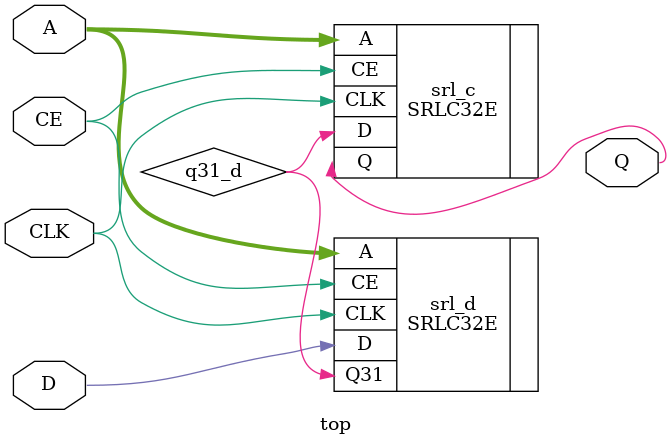
<source format=v>
module top
(
(* clock_buffer_type = "NONE" *)
input  wire CLK,
input  wire CE,
input  wire D,
input  wire [4:0] A,
output wire Q
);

  wire  q31_d;

  (* LOC="SLICE_X2Y0", BEL="D6LUT"  *)
  SRLC32E srl_d
  (
  .CLK    (CLK),
  .CE     (CE),
  .D      (D),
  .A      (A),
  .Q31    (q31_d)
  );

  (* LOC="SLICE_X2Y0", BEL="C6LUT"  *)
  SRLC32E srl_c
  (
  .CLK    (CLK),
  .CE     (CE),
  .D      (q31_d),
  .A      (A),
  .Q      (Q)
  );

endmodule

</source>
